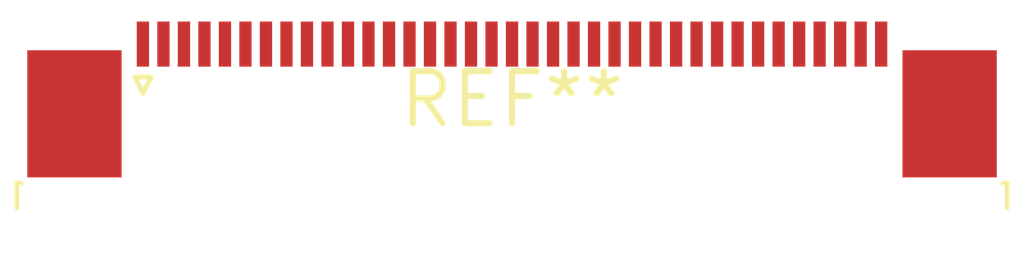
<source format=kicad_pcb>
(kicad_pcb (version 20240108) (generator pcbnew)
  (layers (0 "F.Cu" signal) (31 "B.Cu" signal) (34 "B.Paste" user) (35 "F.Paste" user) (36 "B.SilkS" user "B.Silkscreen") (37 "F.SilkS" user "F.Silkscreen") (38 "B.Mask" user) (39 "F.Mask" user) (44 "Edge.Cuts" user))
  (net 0 "")
  (footprint "TE_3-1734839-7_1x37-1MP_P0.5mm_Horizontal" (layer "F.Cu") (at 0 0)
    (property "Reference" "REF**")
    (property "Value" "PCB Edge")
    (fp_line (start -12.075 2.04) (end -12.075 2.64) (layer "F.SilkS") (stroke (width 0.12)))
    (fp_line (start -11.965 2.04) (end -12.075 2.04) (layer "F.SilkS") (stroke (width 0.12)))
    (fp_line (start -9.2 -0.55) (end -9 -0.15) (layer "F.SilkS") (stroke (width 0.12)))
    (fp_line (start -9 -0.15) (end -8.8 -0.55) (layer "F.SilkS") (stroke (width 0.12)))
    (fp_line (start -8.8 -0.55) (end -9.2 -0.55) (layer "F.SilkS") (stroke (width 0.12)))
    (fp_line (start 11.965 2.04) (end 12.075 2.04) (layer "F.SilkS") (stroke (width 0.12)))
    (fp_line (start 12.075 2.04) (end 12.075 2.64) (layer "F.SilkS") (stroke (width 0.12)))
    (pad "1" smd rect (at -9 -1.35) (size 0.3 1.1) (layers "F.Cu" "F.Paste" "F.Mask"))
    (pad "2" smd rect (at -8.5 -1.35) (size 0.3 1.1) (layers "F.Cu" "F.Paste" "F.Mask"))
    (pad "3" smd rect (at -8 -1.35) (size 0.3 1.1) (layers "F.Cu" "F.Paste" "F.Mask"))
    (pad "4" smd rect (at -7.5 -1.35) (size 0.3 1.1) (layers "F.Cu" "F.Paste" "F.Mask"))
    (pad "5" smd rect (at -7 -1.35) (size 0.3 1.1) (layers "F.Cu" "F.Paste" "F.Mask"))
    (pad "6" smd rect (at -6.5 -1.35) (size 0.3 1.1) (layers "F.Cu" "F.Paste" "F.Mask"))
    (pad "7" smd rect (at -6 -1.35) (size 0.3 1.1) (layers "F.Cu" "F.Paste" "F.Mask"))
    (pad "8" smd rect (at -5.5 -1.35) (size 0.3 1.1) (layers "F.Cu" "F.Paste" "F.Mask"))
    (pad "9" smd rect (at -5 -1.35) (size 0.3 1.1) (layers "F.Cu" "F.Paste" "F.Mask"))
    (pad "10" smd rect (at -4.5 -1.35) (size 0.3 1.1) (layers "F.Cu" "F.Paste" "F.Mask"))
    (pad "11" smd rect (at -4 -1.35) (size 0.3 1.1) (layers "F.Cu" "F.Paste" "F.Mask"))
    (pad "12" smd rect (at -3.5 -1.35) (size 0.3 1.1) (layers "F.Cu" "F.Paste" "F.Mask"))
    (pad "13" smd rect (at -3 -1.35) (size 0.3 1.1) (layers "F.Cu" "F.Paste" "F.Mask"))
    (pad "14" smd rect (at -2.5 -1.35) (size 0.3 1.1) (layers "F.Cu" "F.Paste" "F.Mask"))
    (pad "15" smd rect (at -2 -1.35) (size 0.3 1.1) (layers "F.Cu" "F.Paste" "F.Mask"))
    (pad "16" smd rect (at -1.5 -1.35) (size 0.3 1.1) (layers "F.Cu" "F.Paste" "F.Mask"))
    (pad "17" smd rect (at -1 -1.35) (size 0.3 1.1) (layers "F.Cu" "F.Paste" "F.Mask"))
    (pad "18" smd rect (at -0.5 -1.35) (size 0.3 1.1) (layers "F.Cu" "F.Paste" "F.Mask"))
    (pad "19" smd rect (at 0 -1.35) (size 0.3 1.1) (layers "F.Cu" "F.Paste" "F.Mask"))
    (pad "20" smd rect (at 0.5 -1.35) (size 0.3 1.1) (layers "F.Cu" "F.Paste" "F.Mask"))
    (pad "21" smd rect (at 1 -1.35) (size 0.3 1.1) (layers "F.Cu" "F.Paste" "F.Mask"))
    (pad "22" smd rect (at 1.5 -1.35) (size 0.3 1.1) (layers "F.Cu" "F.Paste" "F.Mask"))
    (pad "23" smd rect (at 2 -1.35) (size 0.3 1.1) (layers "F.Cu" "F.Paste" "F.Mask"))
    (pad "24" smd rect (at 2.5 -1.35) (size 0.3 1.1) (layers "F.Cu" "F.Paste" "F.Mask"))
    (pad "25" smd rect (at 3 -1.35) (size 0.3 1.1) (layers "F.Cu" "F.Paste" "F.Mask"))
    (pad "26" smd rect (at 3.5 -1.35) (size 0.3 1.1) (layers "F.Cu" "F.Paste" "F.Mask"))
    (pad "27" smd rect (at 4 -1.35) (size 0.3 1.1) (layers "F.Cu" "F.Paste" "F.Mask"))
    (pad "28" smd rect (at 4.5 -1.35) (size 0.3 1.1) (layers "F.Cu" "F.Paste" "F.Mask"))
    (pad "29" smd rect (at 5 -1.35) (size 0.3 1.1) (layers "F.Cu" "F.Paste" "F.Mask"))
    (pad "30" smd rect (at 5.5 -1.35) (size 0.3 1.1) (layers "F.Cu" "F.Paste" "F.Mask"))
    (pad "31" smd rect (at 6 -1.35) (size 0.3 1.1) (layers "F.Cu" "F.Paste" "F.Mask"))
    (pad "32" smd rect (at 6.5 -1.35) (size 0.3 1.1) (layers "F.Cu" "F.Paste" "F.Mask"))
    (pad "33" smd rect (at 7 -1.35) (size 0.3 1.1) (layers "F.Cu" "F.Paste" "F.Mask"))
    (pad "34" smd rect (at 7.5 -1.35) (size 0.3 1.1) (layers "F.Cu" "F.Paste" "F.Mask"))
    (pad "35" smd rect (at 8 -1.35) (size 0.3 1.1) (layers "F.Cu" "F.Paste" "F.Mask"))
    (pad "36" smd rect (at 8.5 -1.35) (size 0.3 1.1) (layers "F.Cu" "F.Paste" "F.Mask"))
    (pad "37" smd rect (at 9 -1.35) (size 0.3 1.1) (layers "F.Cu" "F.Paste" "F.Mask"))
    (pad "MP" smd rect (at -10.67 0.35) (size 2.3 3.1) (layers "F.Cu" "F.Paste" "F.Mask"))
    (pad "MP" smd rect (at 10.67 0.35) (size 2.3 3.1) (layers "F.Cu" "F.Paste" "F.Mask"))
  )
)
</source>
